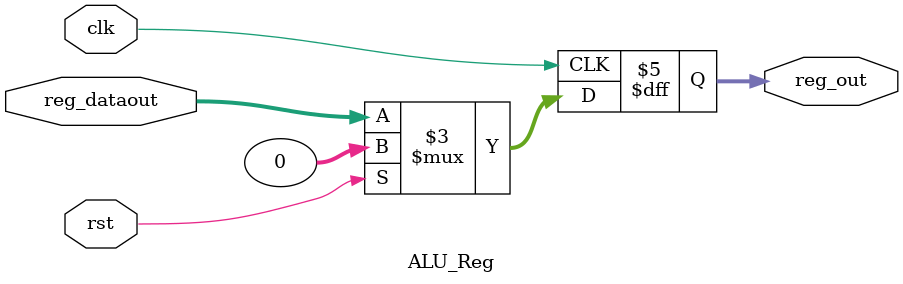
<source format=v>
`timescale 1ns / 1ps

module ALU_Reg #(parameter data_width = 32)(
    input clk,rst,
    input [data_width -1 : 0] reg_dataout,
    output reg [data_width -1 : 0] reg_out
    );

always@(posedge clk) begin
    if(rst)
        reg_out <= 32'b0;
    else 
        reg_out <= reg_dataout ;
end

                
endmodule

</source>
